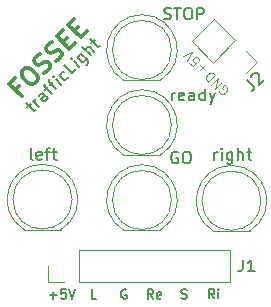
<source format=gbr>
G04 #@! TF.GenerationSoftware,KiCad,Pcbnew,5.0.1*
G04 #@! TF.CreationDate,2019-01-22T15:02:09+05:30*
G04 #@! TF.ProjectId,traffic,747261666669632E6B696361645F7063,rev?*
G04 #@! TF.SameCoordinates,Original*
G04 #@! TF.FileFunction,Legend,Top*
G04 #@! TF.FilePolarity,Positive*
%FSLAX46Y46*%
G04 Gerber Fmt 4.6, Leading zero omitted, Abs format (unit mm)*
G04 Created by KiCad (PCBNEW 5.0.1) date Tue 22 Jan 2019 03:02:09 PM IST*
%MOMM*%
%LPD*%
G01*
G04 APERTURE LIST*
%ADD10C,0.100000*%
%ADD11C,0.200000*%
%ADD12C,0.300000*%
%ADD13C,0.150000*%
%ADD14C,0.120000*%
G04 APERTURE END LIST*
D10*
X153818155Y-90883841D02*
X153845093Y-90964653D01*
X153925905Y-91045465D01*
X154033654Y-91099340D01*
X154141404Y-91099340D01*
X154222216Y-91072402D01*
X154356903Y-90991590D01*
X154437715Y-90910778D01*
X154518528Y-90776091D01*
X154545465Y-90695279D01*
X154545465Y-90587529D01*
X154491590Y-90479780D01*
X154437715Y-90425905D01*
X154329966Y-90372030D01*
X154276091Y-90372030D01*
X154087529Y-90560592D01*
X154195279Y-90668341D01*
X154087529Y-90075719D02*
X153521844Y-90641404D01*
X153764280Y-89752470D01*
X153198595Y-90318155D01*
X153494906Y-89483096D02*
X152929221Y-90048781D01*
X152794534Y-89914094D01*
X152740659Y-89806345D01*
X152740659Y-89698595D01*
X152767597Y-89617783D01*
X152848409Y-89483096D01*
X152929221Y-89402284D01*
X153063908Y-89321471D01*
X153144720Y-89294534D01*
X153252470Y-89294534D01*
X153360219Y-89348409D01*
X153494906Y-89483096D01*
X152659715Y-89078903D02*
X152228717Y-88647905D01*
X152659715Y-88647905D02*
X152228717Y-89078903D01*
X151339783Y-88459343D02*
X151609157Y-88728717D01*
X151905468Y-88486280D01*
X151851593Y-88486280D01*
X151770781Y-88459343D01*
X151636094Y-88324656D01*
X151609157Y-88243844D01*
X151609157Y-88189969D01*
X151636094Y-88109157D01*
X151770781Y-87974470D01*
X151851593Y-87947532D01*
X151905468Y-87947532D01*
X151986280Y-87974470D01*
X152120967Y-88109157D01*
X152147905Y-88189969D01*
X152147905Y-88243844D01*
X151151221Y-88270781D02*
X151528345Y-87516534D01*
X150774097Y-87893658D01*
D11*
X137628214Y-92218740D02*
X137897588Y-91949366D01*
X137493527Y-91882022D02*
X138099618Y-92488114D01*
X138200633Y-92521785D01*
X138301649Y-92488114D01*
X138368992Y-92420770D01*
X138604694Y-92185068D02*
X138133290Y-91713663D01*
X138267977Y-91848350D02*
X138234305Y-91747335D01*
X138234305Y-91679992D01*
X138267977Y-91578976D01*
X138335320Y-91511633D01*
X139345473Y-91444289D02*
X138975084Y-91073900D01*
X138874068Y-91040228D01*
X138773053Y-91073900D01*
X138638366Y-91208587D01*
X138604694Y-91309602D01*
X139311801Y-91410618D02*
X139278129Y-91511633D01*
X139109771Y-91679992D01*
X139008755Y-91713663D01*
X138907740Y-91679992D01*
X138840397Y-91612648D01*
X138806725Y-91511633D01*
X138840397Y-91410618D01*
X139008755Y-91242259D01*
X139042427Y-91141244D01*
X139109771Y-90737183D02*
X139379145Y-90467809D01*
X139682190Y-91107572D02*
X139076099Y-90501480D01*
X139042427Y-90400465D01*
X139076099Y-90299450D01*
X139143442Y-90232106D01*
X139513832Y-90333122D02*
X139783206Y-90063748D01*
X140086251Y-90703511D02*
X139480160Y-90097419D01*
X139446488Y-89996404D01*
X139480160Y-89895389D01*
X139547503Y-89828045D01*
X140490312Y-90299450D02*
X140018908Y-89828045D01*
X139783206Y-89592343D02*
X139783206Y-89659687D01*
X139850549Y-89659687D01*
X139850549Y-89592343D01*
X139783206Y-89592343D01*
X139850549Y-89659687D01*
X141096404Y-89626015D02*
X141062732Y-89727030D01*
X140928045Y-89861717D01*
X140827030Y-89895389D01*
X140759687Y-89895389D01*
X140658671Y-89861717D01*
X140456641Y-89659687D01*
X140422969Y-89558671D01*
X140422969Y-89491328D01*
X140456641Y-89390312D01*
X140591328Y-89255625D01*
X140692343Y-89221954D01*
X141769839Y-89019923D02*
X141433122Y-89356641D01*
X140726015Y-88649534D01*
X142005541Y-88784221D02*
X141534137Y-88312816D01*
X141298435Y-88077114D02*
X141298435Y-88144458D01*
X141365778Y-88144458D01*
X141365778Y-88077114D01*
X141298435Y-88077114D01*
X141365778Y-88144458D01*
X142173900Y-87673053D02*
X142746320Y-88245473D01*
X142779992Y-88346488D01*
X142779992Y-88413832D01*
X142746320Y-88514847D01*
X142645305Y-88615862D01*
X142544289Y-88649534D01*
X142611633Y-88110786D02*
X142577961Y-88211801D01*
X142443274Y-88346488D01*
X142342259Y-88380160D01*
X142274915Y-88380160D01*
X142173900Y-88346488D01*
X141971870Y-88144458D01*
X141938198Y-88043442D01*
X141938198Y-87976099D01*
X141971870Y-87875084D01*
X142106557Y-87740397D01*
X142207572Y-87706725D01*
X142982022Y-87807740D02*
X142274915Y-87100633D01*
X143285068Y-87504694D02*
X142914679Y-87134305D01*
X142813663Y-87100633D01*
X142712648Y-87134305D01*
X142611633Y-87235320D01*
X142577961Y-87336336D01*
X142577961Y-87403679D01*
X143049366Y-86797588D02*
X143318740Y-86528214D01*
X142914679Y-86460870D02*
X143520770Y-87066962D01*
X143621785Y-87100633D01*
X143722801Y-87066962D01*
X143790144Y-86999618D01*
D12*
X136923819Y-90396536D02*
X136570265Y-90750089D01*
X137125849Y-91305673D02*
X136065189Y-90245013D01*
X136570265Y-89739936D01*
X137176357Y-89133845D02*
X137378387Y-88931814D01*
X137529910Y-88881307D01*
X137731941Y-88881307D01*
X137984479Y-89032830D01*
X138338032Y-89386383D01*
X138489555Y-89638921D01*
X138489555Y-89840952D01*
X138439047Y-89992475D01*
X138237017Y-90194505D01*
X138085494Y-90245013D01*
X137883463Y-90245013D01*
X137630925Y-90093490D01*
X137277372Y-89739936D01*
X137125849Y-89487398D01*
X137125849Y-89285368D01*
X137176357Y-89133845D01*
X139045139Y-89285368D02*
X139247169Y-89184352D01*
X139499708Y-88931814D01*
X139550215Y-88780291D01*
X139550215Y-88679276D01*
X139499708Y-88527753D01*
X139398692Y-88426738D01*
X139247169Y-88376230D01*
X139146154Y-88376230D01*
X138994631Y-88426738D01*
X138742093Y-88578261D01*
X138590570Y-88628769D01*
X138489555Y-88628769D01*
X138338032Y-88578261D01*
X138237017Y-88477246D01*
X138186509Y-88325723D01*
X138186509Y-88224708D01*
X138237017Y-88073185D01*
X138489555Y-87820647D01*
X138691586Y-87719631D01*
X140055291Y-88275215D02*
X140257322Y-88174200D01*
X140509860Y-87921662D01*
X140560368Y-87770139D01*
X140560368Y-87669124D01*
X140509860Y-87517601D01*
X140408845Y-87416586D01*
X140257322Y-87366078D01*
X140156307Y-87366078D01*
X140004784Y-87416586D01*
X139752246Y-87568108D01*
X139600723Y-87618616D01*
X139499708Y-87618616D01*
X139348185Y-87568108D01*
X139247169Y-87467093D01*
X139196662Y-87315570D01*
X139196662Y-87214555D01*
X139247169Y-87063032D01*
X139499708Y-86810494D01*
X139701738Y-86709479D01*
X140610875Y-86709479D02*
X140964429Y-86355925D01*
X141671536Y-86759986D02*
X141166459Y-87265063D01*
X140105799Y-86204402D01*
X140610875Y-85699326D01*
X141570520Y-85749834D02*
X141924074Y-85396280D01*
X142631180Y-85800341D02*
X142126104Y-86305418D01*
X141065444Y-85244758D01*
X141570520Y-84739681D01*
D13*
X148279761Y-108436904D02*
X148013095Y-108055952D01*
X147822619Y-108436904D02*
X147822619Y-107636904D01*
X148127380Y-107636904D01*
X148203571Y-107675000D01*
X148241666Y-107713095D01*
X148279761Y-107789285D01*
X148279761Y-107903571D01*
X148241666Y-107979761D01*
X148203571Y-108017857D01*
X148127380Y-108055952D01*
X147822619Y-108055952D01*
X148927380Y-108398809D02*
X148851190Y-108436904D01*
X148698809Y-108436904D01*
X148622619Y-108398809D01*
X148584523Y-108322619D01*
X148584523Y-108017857D01*
X148622619Y-107941666D01*
X148698809Y-107903571D01*
X148851190Y-107903571D01*
X148927380Y-107941666D01*
X148965476Y-108017857D01*
X148965476Y-108094047D01*
X148584523Y-108170238D01*
X150646428Y-108398809D02*
X150760714Y-108436904D01*
X150951190Y-108436904D01*
X151027380Y-108398809D01*
X151065476Y-108360714D01*
X151103571Y-108284523D01*
X151103571Y-108208333D01*
X151065476Y-108132142D01*
X151027380Y-108094047D01*
X150951190Y-108055952D01*
X150798809Y-108017857D01*
X150722619Y-107979761D01*
X150684523Y-107941666D01*
X150646428Y-107865476D01*
X150646428Y-107789285D01*
X150684523Y-107713095D01*
X150722619Y-107675000D01*
X150798809Y-107636904D01*
X150989285Y-107636904D01*
X151103571Y-107675000D01*
X153457142Y-108411904D02*
X153190476Y-108030952D01*
X153000000Y-108411904D02*
X153000000Y-107611904D01*
X153304761Y-107611904D01*
X153380952Y-107650000D01*
X153419047Y-107688095D01*
X153457142Y-107764285D01*
X153457142Y-107878571D01*
X153419047Y-107954761D01*
X153380952Y-107992857D01*
X153304761Y-108030952D01*
X153000000Y-108030952D01*
X153800000Y-108411904D02*
X153800000Y-107878571D01*
X153800000Y-107611904D02*
X153761904Y-107650000D01*
X153800000Y-107688095D01*
X153838095Y-107650000D01*
X153800000Y-107611904D01*
X153800000Y-107688095D01*
X145984523Y-107675000D02*
X145908333Y-107636904D01*
X145794047Y-107636904D01*
X145679761Y-107675000D01*
X145603571Y-107751190D01*
X145565476Y-107827380D01*
X145527380Y-107979761D01*
X145527380Y-108094047D01*
X145565476Y-108246428D01*
X145603571Y-108322619D01*
X145679761Y-108398809D01*
X145794047Y-108436904D01*
X145870238Y-108436904D01*
X145984523Y-108398809D01*
X146022619Y-108360714D01*
X146022619Y-108094047D01*
X145870238Y-108094047D01*
X143447619Y-108436904D02*
X143066666Y-108436904D01*
X143066666Y-107636904D01*
X139496428Y-108132142D02*
X140105952Y-108132142D01*
X139801190Y-108436904D02*
X139801190Y-107827380D01*
X140867857Y-107636904D02*
X140486904Y-107636904D01*
X140448809Y-108017857D01*
X140486904Y-107979761D01*
X140563095Y-107941666D01*
X140753571Y-107941666D01*
X140829761Y-107979761D01*
X140867857Y-108017857D01*
X140905952Y-108094047D01*
X140905952Y-108284523D01*
X140867857Y-108360714D01*
X140829761Y-108398809D01*
X140753571Y-108436904D01*
X140563095Y-108436904D01*
X140486904Y-108398809D01*
X140448809Y-108360714D01*
X141134523Y-107636904D02*
X141401190Y-108436904D01*
X141667857Y-107636904D01*
D14*
G04 #@! TO.C,J2*
X157074904Y-88392000D02*
X156134452Y-89332452D01*
X156134452Y-87451548D02*
X157074904Y-88392000D01*
X153355522Y-88434426D02*
X155236426Y-86553522D01*
X151517045Y-86595949D02*
X153355522Y-88434426D01*
X153397949Y-84715045D02*
X151517045Y-86595949D01*
X155236426Y-86553522D02*
X153397949Y-84715045D01*
G04 #@! TO.C,D5*
X145775000Y-89936000D02*
X148865000Y-89936000D01*
X149820000Y-87376000D02*
G75*
G03X149820000Y-87376000I-2500000J0D01*
G01*
X147319538Y-84386000D02*
G75*
G02X148864830Y-89936000I462J-2990000D01*
G01*
X147320462Y-84386000D02*
G75*
G03X145775170Y-89936000I-462J-2990000D01*
G01*
G04 #@! TO.C,D4*
X147320462Y-90736000D02*
G75*
G03X145775170Y-96286000I-462J-2990000D01*
G01*
X147319538Y-90736000D02*
G75*
G02X148864830Y-96286000I462J-2990000D01*
G01*
X149820000Y-93726000D02*
G75*
G03X149820000Y-93726000I-2500000J0D01*
G01*
X145775000Y-96286000D02*
X148865000Y-96286000D01*
G04 #@! TO.C,D3*
X153355000Y-102690000D02*
X156445000Y-102690000D01*
X157400000Y-100130000D02*
G75*
G03X157400000Y-100130000I-2500000J0D01*
G01*
X154899538Y-97140000D02*
G75*
G02X156444830Y-102690000I462J-2990000D01*
G01*
X154900462Y-97140000D02*
G75*
G03X153355170Y-102690000I-462J-2990000D01*
G01*
G04 #@! TO.C,D2*
X147320462Y-97086000D02*
G75*
G03X145775170Y-102636000I-462J-2990000D01*
G01*
X147319538Y-97086000D02*
G75*
G02X148864830Y-102636000I462J-2990000D01*
G01*
X149820000Y-100076000D02*
G75*
G03X149820000Y-100076000I-2500000J0D01*
G01*
X145775000Y-102636000D02*
X148865000Y-102636000D01*
G04 #@! TO.C,D1*
X137355000Y-102590000D02*
X140445000Y-102590000D01*
X141400000Y-100030000D02*
G75*
G03X141400000Y-100030000I-2500000J0D01*
G01*
X138899538Y-97040000D02*
G75*
G02X140444830Y-102590000I462J-2990000D01*
G01*
X138900462Y-97040000D02*
G75*
G03X137355170Y-102590000I-462J-2990000D01*
G01*
G04 #@! TO.C,J1*
X139386000Y-106994000D02*
X139386000Y-105664000D01*
X140716000Y-106994000D02*
X139386000Y-106994000D01*
X141986000Y-104334000D02*
X141986000Y-106994000D01*
X154746000Y-104334000D02*
X141986000Y-104334000D01*
X154746000Y-106994000D02*
X154746000Y-104334000D01*
X141986000Y-106994000D02*
X154746000Y-106994000D01*
G04 #@! TO.C,J2*
D13*
X156218631Y-89888036D02*
X156723707Y-90393112D01*
X156791051Y-90527799D01*
X156791051Y-90662486D01*
X156723707Y-90797173D01*
X156656364Y-90864516D01*
X156589020Y-89652333D02*
X156589020Y-89584990D01*
X156622692Y-89483975D01*
X156791051Y-89315616D01*
X156892066Y-89281944D01*
X156959410Y-89281944D01*
X157060425Y-89315616D01*
X157127768Y-89382959D01*
X157195112Y-89517646D01*
X157195112Y-90325768D01*
X157632845Y-89888036D01*
G04 #@! TO.C,D5*
X149185523Y-84732761D02*
X149328380Y-84780380D01*
X149566476Y-84780380D01*
X149661714Y-84732761D01*
X149709333Y-84685142D01*
X149756952Y-84589904D01*
X149756952Y-84494666D01*
X149709333Y-84399428D01*
X149661714Y-84351809D01*
X149566476Y-84304190D01*
X149376000Y-84256571D01*
X149280761Y-84208952D01*
X149233142Y-84161333D01*
X149185523Y-84066095D01*
X149185523Y-83970857D01*
X149233142Y-83875619D01*
X149280761Y-83828000D01*
X149376000Y-83780380D01*
X149614095Y-83780380D01*
X149756952Y-83828000D01*
X150042666Y-83780380D02*
X150614095Y-83780380D01*
X150328380Y-84780380D02*
X150328380Y-83780380D01*
X151137904Y-83780380D02*
X151328380Y-83780380D01*
X151423619Y-83828000D01*
X151518857Y-83923238D01*
X151566476Y-84113714D01*
X151566476Y-84447047D01*
X151518857Y-84637523D01*
X151423619Y-84732761D01*
X151328380Y-84780380D01*
X151137904Y-84780380D01*
X151042666Y-84732761D01*
X150947428Y-84637523D01*
X150899809Y-84447047D01*
X150899809Y-84113714D01*
X150947428Y-83923238D01*
X151042666Y-83828000D01*
X151137904Y-83780380D01*
X151995047Y-84780380D02*
X151995047Y-83780380D01*
X152376000Y-83780380D01*
X152471238Y-83828000D01*
X152518857Y-83875619D01*
X152566476Y-83970857D01*
X152566476Y-84113714D01*
X152518857Y-84208952D01*
X152471238Y-84256571D01*
X152376000Y-84304190D01*
X151995047Y-84304190D01*
G04 #@! TO.C,D4*
X149852285Y-91638380D02*
X149852285Y-90971714D01*
X149852285Y-91162190D02*
X149899904Y-91066952D01*
X149947523Y-91019333D01*
X150042761Y-90971714D01*
X150138000Y-90971714D01*
X150852285Y-91590761D02*
X150757047Y-91638380D01*
X150566571Y-91638380D01*
X150471333Y-91590761D01*
X150423714Y-91495523D01*
X150423714Y-91114571D01*
X150471333Y-91019333D01*
X150566571Y-90971714D01*
X150757047Y-90971714D01*
X150852285Y-91019333D01*
X150899904Y-91114571D01*
X150899904Y-91209809D01*
X150423714Y-91305047D01*
X151757047Y-91638380D02*
X151757047Y-91114571D01*
X151709428Y-91019333D01*
X151614190Y-90971714D01*
X151423714Y-90971714D01*
X151328476Y-91019333D01*
X151757047Y-91590761D02*
X151661809Y-91638380D01*
X151423714Y-91638380D01*
X151328476Y-91590761D01*
X151280857Y-91495523D01*
X151280857Y-91400285D01*
X151328476Y-91305047D01*
X151423714Y-91257428D01*
X151661809Y-91257428D01*
X151757047Y-91209809D01*
X152661809Y-91638380D02*
X152661809Y-90638380D01*
X152661809Y-91590761D02*
X152566571Y-91638380D01*
X152376095Y-91638380D01*
X152280857Y-91590761D01*
X152233238Y-91543142D01*
X152185619Y-91447904D01*
X152185619Y-91162190D01*
X152233238Y-91066952D01*
X152280857Y-91019333D01*
X152376095Y-90971714D01*
X152566571Y-90971714D01*
X152661809Y-91019333D01*
X153042761Y-90971714D02*
X153280857Y-91638380D01*
X153518952Y-90971714D02*
X153280857Y-91638380D01*
X153185619Y-91876476D01*
X153138000Y-91924095D01*
X153042761Y-91971714D01*
G04 #@! TO.C,D3*
X153440000Y-96677380D02*
X153440000Y-96010714D01*
X153440000Y-96201190D02*
X153487619Y-96105952D01*
X153535238Y-96058333D01*
X153630476Y-96010714D01*
X153725714Y-96010714D01*
X154059047Y-96677380D02*
X154059047Y-96010714D01*
X154059047Y-95677380D02*
X154011428Y-95725000D01*
X154059047Y-95772619D01*
X154106666Y-95725000D01*
X154059047Y-95677380D01*
X154059047Y-95772619D01*
X154963809Y-96010714D02*
X154963809Y-96820238D01*
X154916190Y-96915476D01*
X154868571Y-96963095D01*
X154773333Y-97010714D01*
X154630476Y-97010714D01*
X154535238Y-96963095D01*
X154963809Y-96629761D02*
X154868571Y-96677380D01*
X154678095Y-96677380D01*
X154582857Y-96629761D01*
X154535238Y-96582142D01*
X154487619Y-96486904D01*
X154487619Y-96201190D01*
X154535238Y-96105952D01*
X154582857Y-96058333D01*
X154678095Y-96010714D01*
X154868571Y-96010714D01*
X154963809Y-96058333D01*
X155440000Y-96677380D02*
X155440000Y-95677380D01*
X155868571Y-96677380D02*
X155868571Y-96153571D01*
X155820952Y-96058333D01*
X155725714Y-96010714D01*
X155582857Y-96010714D01*
X155487619Y-96058333D01*
X155440000Y-96105952D01*
X156201904Y-96010714D02*
X156582857Y-96010714D01*
X156344761Y-95677380D02*
X156344761Y-96534523D01*
X156392380Y-96629761D01*
X156487619Y-96677380D01*
X156582857Y-96677380D01*
G04 #@! TO.C,D2*
X150360095Y-96020000D02*
X150264857Y-95972380D01*
X150122000Y-95972380D01*
X149979142Y-96020000D01*
X149883904Y-96115238D01*
X149836285Y-96210476D01*
X149788666Y-96400952D01*
X149788666Y-96543809D01*
X149836285Y-96734285D01*
X149883904Y-96829523D01*
X149979142Y-96924761D01*
X150122000Y-96972380D01*
X150217238Y-96972380D01*
X150360095Y-96924761D01*
X150407714Y-96877142D01*
X150407714Y-96543809D01*
X150217238Y-96543809D01*
X151026761Y-95972380D02*
X151217238Y-95972380D01*
X151312476Y-96020000D01*
X151407714Y-96115238D01*
X151455333Y-96305714D01*
X151455333Y-96639047D01*
X151407714Y-96829523D01*
X151312476Y-96924761D01*
X151217238Y-96972380D01*
X151026761Y-96972380D01*
X150931523Y-96924761D01*
X150836285Y-96829523D01*
X150788666Y-96639047D01*
X150788666Y-96305714D01*
X150836285Y-96115238D01*
X150931523Y-96020000D01*
X151026761Y-95972380D01*
G04 #@! TO.C,D1*
X138057047Y-96652380D02*
X137961809Y-96604761D01*
X137914190Y-96509523D01*
X137914190Y-95652380D01*
X138818952Y-96604761D02*
X138723714Y-96652380D01*
X138533238Y-96652380D01*
X138438000Y-96604761D01*
X138390380Y-96509523D01*
X138390380Y-96128571D01*
X138438000Y-96033333D01*
X138533238Y-95985714D01*
X138723714Y-95985714D01*
X138818952Y-96033333D01*
X138866571Y-96128571D01*
X138866571Y-96223809D01*
X138390380Y-96319047D01*
X139152285Y-95985714D02*
X139533238Y-95985714D01*
X139295142Y-96652380D02*
X139295142Y-95795238D01*
X139342761Y-95700000D01*
X139438000Y-95652380D01*
X139533238Y-95652380D01*
X139723714Y-95985714D02*
X140104666Y-95985714D01*
X139866571Y-95652380D02*
X139866571Y-96509523D01*
X139914190Y-96604761D01*
X140009428Y-96652380D01*
X140104666Y-96652380D01*
G04 #@! TO.C,J1*
X155876666Y-105116380D02*
X155876666Y-105830666D01*
X155829047Y-105973523D01*
X155733809Y-106068761D01*
X155590952Y-106116380D01*
X155495714Y-106116380D01*
X156876666Y-106116380D02*
X156305238Y-106116380D01*
X156590952Y-106116380D02*
X156590952Y-105116380D01*
X156495714Y-105259238D01*
X156400476Y-105354476D01*
X156305238Y-105402095D01*
G04 #@! TD*
M02*

</source>
